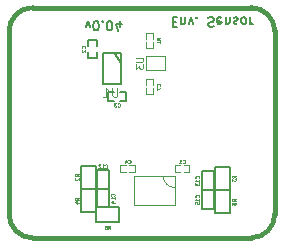
<source format=gbo>
%FSLAX34Y34*%
G04 Gerber Fmt 3.4, Leading zero omitted, Abs format*
G04 (created by PCBNEW (2014-03-19 BZR 4756)-product) date Tue 19 Aug 2014 23:13:18 BST*
%MOIN*%
G01*
G70*
G90*
G04 APERTURE LIST*
%ADD10C,0.005906*%
%ADD11C,0.015000*%
%ADD12C,0.007874*%
%ADD13C,0.006700*%
%ADD14C,0.003900*%
%ADD15C,0.005000*%
%ADD16C,0.003000*%
G04 APERTURE END LIST*
G54D10*
G54D11*
X97047Y-19093D02*
X98425Y-19093D01*
X97047Y-26770D02*
X98425Y-26770D01*
X97047Y-19093D02*
X91142Y-19093D01*
X99212Y-19881D02*
G75*
G03X98425Y-19093I-787J0D01*
G74*
G01*
X99212Y-25983D02*
X99212Y-19881D01*
X90354Y-20078D02*
X90354Y-19881D01*
X91142Y-19093D02*
G75*
G03X90354Y-19881I0J-787D01*
G74*
G01*
X90354Y-25983D02*
X90354Y-20078D01*
X97047Y-26770D02*
X96653Y-26770D01*
X98425Y-26770D02*
G75*
G03X99212Y-25983I0J787D01*
G74*
G01*
X91142Y-26770D02*
X96653Y-26770D01*
X90354Y-25983D02*
G75*
G03X91142Y-26770I787J0D01*
G74*
G01*
G54D12*
X92904Y-19751D02*
X92979Y-19541D01*
X93054Y-19751D01*
X93234Y-19856D02*
X93264Y-19856D01*
X93294Y-19841D01*
X93309Y-19826D01*
X93324Y-19796D01*
X93339Y-19736D01*
X93339Y-19661D01*
X93324Y-19601D01*
X93309Y-19571D01*
X93294Y-19556D01*
X93264Y-19541D01*
X93234Y-19541D01*
X93204Y-19556D01*
X93189Y-19571D01*
X93174Y-19601D01*
X93159Y-19661D01*
X93159Y-19736D01*
X93174Y-19796D01*
X93189Y-19826D01*
X93204Y-19841D01*
X93234Y-19856D01*
X93474Y-19571D02*
X93489Y-19556D01*
X93474Y-19541D01*
X93459Y-19556D01*
X93474Y-19571D01*
X93474Y-19541D01*
X93684Y-19856D02*
X93714Y-19856D01*
X93744Y-19841D01*
X93759Y-19826D01*
X93774Y-19796D01*
X93789Y-19736D01*
X93789Y-19661D01*
X93774Y-19601D01*
X93759Y-19571D01*
X93744Y-19556D01*
X93714Y-19541D01*
X93684Y-19541D01*
X93654Y-19556D01*
X93639Y-19571D01*
X93624Y-19601D01*
X93609Y-19661D01*
X93609Y-19736D01*
X93624Y-19796D01*
X93639Y-19826D01*
X93654Y-19841D01*
X93684Y-19856D01*
X94059Y-19751D02*
X94059Y-19541D01*
X93984Y-19871D02*
X93909Y-19646D01*
X94104Y-19646D01*
G54D13*
X95806Y-19588D02*
X95911Y-19588D01*
X95956Y-19423D02*
X95806Y-19423D01*
X95806Y-19738D01*
X95956Y-19738D01*
X96091Y-19633D02*
X96091Y-19423D01*
X96091Y-19603D02*
X96106Y-19618D01*
X96136Y-19633D01*
X96181Y-19633D01*
X96211Y-19618D01*
X96226Y-19588D01*
X96226Y-19423D01*
X96346Y-19633D02*
X96421Y-19423D01*
X96496Y-19633D01*
X96616Y-19453D02*
X96631Y-19438D01*
X96616Y-19423D01*
X96601Y-19438D01*
X96616Y-19453D01*
X96616Y-19423D01*
X96991Y-19438D02*
X97036Y-19423D01*
X97111Y-19423D01*
X97141Y-19438D01*
X97156Y-19453D01*
X97171Y-19483D01*
X97171Y-19513D01*
X97156Y-19543D01*
X97141Y-19558D01*
X97111Y-19573D01*
X97051Y-19588D01*
X97021Y-19603D01*
X97006Y-19618D01*
X96991Y-19648D01*
X96991Y-19678D01*
X97006Y-19708D01*
X97021Y-19723D01*
X97051Y-19738D01*
X97126Y-19738D01*
X97171Y-19723D01*
X97426Y-19438D02*
X97396Y-19423D01*
X97336Y-19423D01*
X97306Y-19438D01*
X97291Y-19468D01*
X97291Y-19588D01*
X97306Y-19618D01*
X97336Y-19633D01*
X97396Y-19633D01*
X97426Y-19618D01*
X97441Y-19588D01*
X97441Y-19558D01*
X97291Y-19528D01*
X97576Y-19633D02*
X97576Y-19423D01*
X97576Y-19603D02*
X97591Y-19618D01*
X97621Y-19633D01*
X97666Y-19633D01*
X97696Y-19618D01*
X97711Y-19588D01*
X97711Y-19423D01*
X97846Y-19438D02*
X97876Y-19423D01*
X97936Y-19423D01*
X97966Y-19438D01*
X97981Y-19468D01*
X97981Y-19483D01*
X97966Y-19513D01*
X97936Y-19528D01*
X97891Y-19528D01*
X97861Y-19543D01*
X97846Y-19573D01*
X97846Y-19588D01*
X97861Y-19618D01*
X97891Y-19633D01*
X97936Y-19633D01*
X97966Y-19618D01*
X98161Y-19423D02*
X98131Y-19438D01*
X98116Y-19453D01*
X98101Y-19483D01*
X98101Y-19573D01*
X98116Y-19603D01*
X98131Y-19618D01*
X98161Y-19633D01*
X98206Y-19633D01*
X98236Y-19618D01*
X98251Y-19603D01*
X98266Y-19573D01*
X98266Y-19483D01*
X98251Y-19453D01*
X98236Y-19438D01*
X98206Y-19423D01*
X98161Y-19423D01*
X98401Y-19423D02*
X98401Y-19633D01*
X98401Y-19573D02*
X98416Y-19603D01*
X98431Y-19618D01*
X98461Y-19633D01*
X98491Y-19633D01*
G54D14*
X95886Y-25097D02*
G75*
G02X95492Y-24704I0J393D01*
G74*
G01*
X95886Y-25688D02*
X94508Y-25688D01*
X94508Y-25688D02*
X94508Y-24704D01*
X94508Y-24704D02*
X95886Y-24704D01*
X95886Y-24704D02*
X95886Y-25688D01*
G54D15*
X94079Y-20940D02*
X93879Y-20640D01*
X94079Y-21640D02*
X94079Y-20615D01*
X94079Y-20615D02*
X93479Y-20615D01*
X93479Y-20615D02*
X93479Y-21640D01*
X93479Y-21640D02*
X94079Y-21640D01*
X94056Y-21896D02*
X94256Y-21896D01*
X94256Y-21896D02*
X94256Y-22196D01*
X94256Y-22196D02*
X94056Y-22196D01*
X93856Y-21896D02*
X93656Y-21896D01*
X93656Y-21896D02*
X93656Y-22196D01*
X93656Y-22196D02*
X93856Y-22196D01*
X93298Y-20571D02*
X93298Y-20771D01*
X93298Y-20771D02*
X92998Y-20771D01*
X92998Y-20771D02*
X92998Y-20571D01*
X93298Y-20371D02*
X93298Y-20171D01*
X93298Y-20171D02*
X92998Y-20171D01*
X92998Y-20171D02*
X92998Y-20371D01*
G54D14*
X95550Y-21179D02*
X95550Y-20707D01*
X95550Y-20707D02*
X94920Y-20707D01*
X94920Y-20707D02*
X94920Y-21179D01*
X94920Y-21179D02*
X95550Y-21179D01*
X95876Y-24585D02*
X95876Y-24349D01*
X95876Y-24349D02*
X96063Y-24349D01*
X96063Y-24585D02*
X95876Y-24585D01*
X96191Y-24585D02*
X96368Y-24585D01*
X96368Y-24585D02*
X96368Y-24349D01*
X96181Y-24349D02*
X96368Y-24349D01*
X94557Y-24349D02*
X94557Y-24585D01*
X94557Y-24585D02*
X94370Y-24585D01*
X94370Y-24349D02*
X94557Y-24349D01*
X94242Y-24349D02*
X94065Y-24349D01*
X94065Y-24349D02*
X94065Y-24585D01*
X94252Y-24585D02*
X94065Y-24585D01*
X95157Y-21977D02*
X94921Y-21977D01*
X94921Y-21977D02*
X94921Y-21790D01*
X95157Y-21790D02*
X95157Y-21977D01*
X95157Y-21662D02*
X95157Y-21485D01*
X95157Y-21485D02*
X94921Y-21485D01*
X94921Y-21672D02*
X94921Y-21485D01*
X95157Y-20441D02*
X94921Y-20441D01*
X94921Y-20441D02*
X94921Y-20254D01*
X95157Y-20254D02*
X95157Y-20441D01*
X95157Y-20126D02*
X95157Y-19949D01*
X95157Y-19949D02*
X94921Y-19949D01*
X94921Y-20136D02*
X94921Y-19949D01*
G54D10*
X93277Y-24517D02*
X93691Y-24517D01*
X93691Y-24517D02*
X93691Y-25127D01*
X93691Y-25127D02*
X93277Y-25127D01*
X93277Y-24517D02*
X93277Y-25127D01*
X96781Y-24556D02*
X97195Y-24556D01*
X97195Y-24556D02*
X97195Y-25166D01*
X97195Y-25166D02*
X96781Y-25166D01*
X96781Y-24556D02*
X96781Y-25166D01*
X93691Y-25757D02*
X93277Y-25757D01*
X93277Y-25757D02*
X93277Y-25146D01*
X93277Y-25146D02*
X93691Y-25146D01*
X93691Y-25757D02*
X93691Y-25146D01*
X97195Y-25796D02*
X96781Y-25796D01*
X96781Y-25796D02*
X96781Y-25186D01*
X96781Y-25186D02*
X97195Y-25186D01*
X97195Y-25796D02*
X97195Y-25186D01*
X93258Y-24359D02*
X93258Y-25127D01*
X93258Y-25127D02*
X92766Y-25127D01*
X92766Y-25127D02*
X92766Y-24359D01*
X92766Y-24359D02*
X93258Y-24359D01*
X97707Y-24398D02*
X97707Y-25166D01*
X97707Y-25166D02*
X97214Y-25166D01*
X97214Y-25166D02*
X97214Y-24398D01*
X97214Y-24398D02*
X97707Y-24398D01*
X92766Y-25914D02*
X92766Y-25146D01*
X92766Y-25146D02*
X93258Y-25146D01*
X93258Y-25146D02*
X93258Y-25914D01*
X93258Y-25914D02*
X92766Y-25914D01*
X97214Y-25954D02*
X97214Y-25186D01*
X97214Y-25186D02*
X97707Y-25186D01*
X97707Y-25186D02*
X97707Y-25954D01*
X97707Y-25954D02*
X97214Y-25954D01*
X94025Y-26249D02*
X93258Y-26249D01*
X93258Y-26249D02*
X93258Y-25757D01*
X93258Y-25757D02*
X94025Y-25757D01*
X94025Y-25757D02*
X94025Y-26249D01*
G54D16*
X93969Y-21763D02*
X93969Y-22006D01*
X93955Y-22035D01*
X93940Y-22049D01*
X93912Y-22063D01*
X93855Y-22063D01*
X93826Y-22049D01*
X93812Y-22035D01*
X93798Y-22006D01*
X93798Y-21763D01*
X93498Y-22063D02*
X93669Y-22063D01*
X93583Y-22063D02*
X93583Y-21763D01*
X93612Y-21806D01*
X93640Y-21835D01*
X93669Y-21849D01*
X93976Y-22389D02*
X93982Y-22395D01*
X93999Y-22401D01*
X94010Y-22401D01*
X94028Y-22395D01*
X94039Y-22383D01*
X94045Y-22372D01*
X94050Y-22349D01*
X94050Y-22332D01*
X94045Y-22309D01*
X94039Y-22298D01*
X94028Y-22286D01*
X94010Y-22281D01*
X93999Y-22281D01*
X93982Y-22286D01*
X93976Y-22292D01*
X93936Y-22281D02*
X93862Y-22281D01*
X93902Y-22326D01*
X93885Y-22326D01*
X93873Y-22332D01*
X93868Y-22338D01*
X93862Y-22349D01*
X93862Y-22378D01*
X93868Y-22389D01*
X93873Y-22395D01*
X93885Y-22401D01*
X93919Y-22401D01*
X93930Y-22395D01*
X93936Y-22389D01*
X92891Y-20451D02*
X92897Y-20446D01*
X92903Y-20428D01*
X92903Y-20417D01*
X92897Y-20400D01*
X92885Y-20388D01*
X92874Y-20383D01*
X92851Y-20377D01*
X92834Y-20377D01*
X92811Y-20383D01*
X92800Y-20388D01*
X92788Y-20400D01*
X92783Y-20417D01*
X92783Y-20428D01*
X92788Y-20446D01*
X92794Y-20451D01*
X92794Y-20497D02*
X92788Y-20503D01*
X92783Y-20514D01*
X92783Y-20543D01*
X92788Y-20554D01*
X92794Y-20560D01*
X92805Y-20566D01*
X92817Y-20566D01*
X92834Y-20560D01*
X92903Y-20491D01*
X92903Y-20566D01*
G54D14*
X94594Y-20764D02*
X94785Y-20764D01*
X94808Y-20775D01*
X94819Y-20786D01*
X94830Y-20809D01*
X94830Y-20853D01*
X94819Y-20876D01*
X94808Y-20887D01*
X94785Y-20898D01*
X94594Y-20898D01*
X94594Y-20988D02*
X94594Y-21134D01*
X94684Y-21056D01*
X94684Y-21089D01*
X94695Y-21112D01*
X94706Y-21123D01*
X94729Y-21134D01*
X94785Y-21134D01*
X94808Y-21123D01*
X94819Y-21112D01*
X94830Y-21089D01*
X94830Y-21022D01*
X94819Y-21000D01*
X94808Y-20988D01*
G54D16*
X96142Y-24274D02*
X96148Y-24280D01*
X96165Y-24285D01*
X96176Y-24285D01*
X96193Y-24280D01*
X96205Y-24268D01*
X96211Y-24257D01*
X96216Y-24234D01*
X96216Y-24217D01*
X96211Y-24194D01*
X96205Y-24183D01*
X96193Y-24171D01*
X96176Y-24165D01*
X96165Y-24165D01*
X96148Y-24171D01*
X96142Y-24177D01*
X96028Y-24285D02*
X96096Y-24285D01*
X96062Y-24285D02*
X96062Y-24165D01*
X96073Y-24183D01*
X96085Y-24194D01*
X96096Y-24200D01*
X94331Y-24274D02*
X94337Y-24280D01*
X94354Y-24285D01*
X94365Y-24285D01*
X94382Y-24280D01*
X94394Y-24268D01*
X94399Y-24257D01*
X94405Y-24234D01*
X94405Y-24217D01*
X94399Y-24194D01*
X94394Y-24183D01*
X94382Y-24171D01*
X94365Y-24165D01*
X94354Y-24165D01*
X94337Y-24171D01*
X94331Y-24177D01*
X94228Y-24205D02*
X94228Y-24285D01*
X94257Y-24160D02*
X94285Y-24245D01*
X94211Y-24245D01*
X95382Y-21711D02*
X95388Y-21706D01*
X95394Y-21688D01*
X95394Y-21677D01*
X95388Y-21660D01*
X95376Y-21648D01*
X95365Y-21643D01*
X95342Y-21637D01*
X95325Y-21637D01*
X95302Y-21643D01*
X95291Y-21648D01*
X95279Y-21660D01*
X95274Y-21677D01*
X95274Y-21688D01*
X95279Y-21706D01*
X95285Y-21711D01*
X95274Y-21751D02*
X95274Y-21831D01*
X95394Y-21780D01*
X95394Y-20175D02*
X95336Y-20135D01*
X95394Y-20107D02*
X95274Y-20107D01*
X95274Y-20153D01*
X95279Y-20164D01*
X95285Y-20170D01*
X95296Y-20175D01*
X95314Y-20175D01*
X95325Y-20170D01*
X95331Y-20164D01*
X95336Y-20153D01*
X95336Y-20107D01*
X95394Y-20290D02*
X95394Y-20221D01*
X95394Y-20255D02*
X95274Y-20255D01*
X95291Y-20244D01*
X95302Y-20233D01*
X95308Y-20221D01*
X93561Y-24431D02*
X93567Y-24437D01*
X93584Y-24443D01*
X93596Y-24443D01*
X93613Y-24437D01*
X93624Y-24426D01*
X93630Y-24414D01*
X93636Y-24391D01*
X93636Y-24374D01*
X93630Y-24351D01*
X93624Y-24340D01*
X93613Y-24329D01*
X93596Y-24323D01*
X93584Y-24323D01*
X93567Y-24329D01*
X93561Y-24334D01*
X93447Y-24443D02*
X93516Y-24443D01*
X93481Y-24443D02*
X93481Y-24323D01*
X93493Y-24340D01*
X93504Y-24351D01*
X93516Y-24357D01*
X93401Y-24334D02*
X93396Y-24329D01*
X93384Y-24323D01*
X93356Y-24323D01*
X93344Y-24329D01*
X93338Y-24334D01*
X93333Y-24346D01*
X93333Y-24357D01*
X93338Y-24374D01*
X93407Y-24443D01*
X93333Y-24443D01*
X96677Y-24784D02*
X96682Y-24778D01*
X96688Y-24761D01*
X96688Y-24750D01*
X96682Y-24732D01*
X96671Y-24721D01*
X96659Y-24715D01*
X96637Y-24710D01*
X96619Y-24710D01*
X96597Y-24715D01*
X96585Y-24721D01*
X96574Y-24732D01*
X96568Y-24750D01*
X96568Y-24761D01*
X96574Y-24778D01*
X96579Y-24784D01*
X96688Y-24898D02*
X96688Y-24830D01*
X96688Y-24864D02*
X96568Y-24864D01*
X96585Y-24852D01*
X96597Y-24841D01*
X96602Y-24830D01*
X96568Y-24938D02*
X96568Y-25012D01*
X96614Y-24972D01*
X96614Y-24990D01*
X96619Y-25001D01*
X96625Y-25007D01*
X96637Y-25012D01*
X96665Y-25012D01*
X96677Y-25007D01*
X96682Y-25001D01*
X96688Y-24990D01*
X96688Y-24955D01*
X96682Y-24944D01*
X96677Y-24938D01*
X93862Y-25374D02*
X93867Y-25369D01*
X93873Y-25352D01*
X93873Y-25340D01*
X93867Y-25323D01*
X93856Y-25312D01*
X93845Y-25306D01*
X93822Y-25300D01*
X93805Y-25300D01*
X93782Y-25306D01*
X93770Y-25312D01*
X93759Y-25323D01*
X93753Y-25340D01*
X93753Y-25352D01*
X93759Y-25369D01*
X93765Y-25374D01*
X93873Y-25489D02*
X93873Y-25420D01*
X93873Y-25454D02*
X93753Y-25454D01*
X93770Y-25443D01*
X93782Y-25432D01*
X93787Y-25420D01*
X93793Y-25592D02*
X93873Y-25592D01*
X93747Y-25563D02*
X93833Y-25534D01*
X93833Y-25609D01*
X96677Y-25414D02*
X96682Y-25408D01*
X96688Y-25391D01*
X96688Y-25379D01*
X96682Y-25362D01*
X96671Y-25351D01*
X96659Y-25345D01*
X96637Y-25339D01*
X96619Y-25339D01*
X96597Y-25345D01*
X96585Y-25351D01*
X96574Y-25362D01*
X96568Y-25379D01*
X96568Y-25391D01*
X96574Y-25408D01*
X96579Y-25414D01*
X96688Y-25528D02*
X96688Y-25459D01*
X96688Y-25494D02*
X96568Y-25494D01*
X96585Y-25482D01*
X96597Y-25471D01*
X96602Y-25459D01*
X96568Y-25637D02*
X96568Y-25579D01*
X96625Y-25574D01*
X96619Y-25579D01*
X96614Y-25591D01*
X96614Y-25619D01*
X96619Y-25631D01*
X96625Y-25637D01*
X96637Y-25642D01*
X96665Y-25642D01*
X96677Y-25637D01*
X96682Y-25631D01*
X96688Y-25619D01*
X96688Y-25591D01*
X96682Y-25579D01*
X96677Y-25574D01*
X92672Y-24723D02*
X92615Y-24683D01*
X92672Y-24654D02*
X92552Y-24654D01*
X92552Y-24700D01*
X92558Y-24711D01*
X92564Y-24717D01*
X92575Y-24723D01*
X92592Y-24723D01*
X92604Y-24717D01*
X92609Y-24711D01*
X92615Y-24700D01*
X92615Y-24654D01*
X92564Y-24769D02*
X92558Y-24774D01*
X92552Y-24786D01*
X92552Y-24814D01*
X92558Y-24826D01*
X92564Y-24831D01*
X92575Y-24837D01*
X92587Y-24837D01*
X92604Y-24831D01*
X92672Y-24763D01*
X92672Y-24837D01*
X97909Y-24762D02*
X97851Y-24722D01*
X97909Y-24694D02*
X97789Y-24694D01*
X97789Y-24739D01*
X97794Y-24751D01*
X97800Y-24757D01*
X97811Y-24762D01*
X97829Y-24762D01*
X97840Y-24757D01*
X97846Y-24751D01*
X97851Y-24739D01*
X97851Y-24694D01*
X97789Y-24802D02*
X97789Y-24877D01*
X97834Y-24837D01*
X97834Y-24854D01*
X97840Y-24865D01*
X97846Y-24871D01*
X97857Y-24877D01*
X97886Y-24877D01*
X97897Y-24871D01*
X97903Y-24865D01*
X97909Y-24854D01*
X97909Y-24819D01*
X97903Y-24808D01*
X97897Y-24802D01*
X92672Y-25510D02*
X92615Y-25470D01*
X92672Y-25442D02*
X92552Y-25442D01*
X92552Y-25487D01*
X92558Y-25499D01*
X92564Y-25505D01*
X92575Y-25510D01*
X92592Y-25510D01*
X92604Y-25505D01*
X92609Y-25499D01*
X92615Y-25487D01*
X92615Y-25442D01*
X92592Y-25613D02*
X92672Y-25613D01*
X92547Y-25585D02*
X92632Y-25556D01*
X92632Y-25630D01*
X97909Y-25550D02*
X97851Y-25510D01*
X97909Y-25481D02*
X97789Y-25481D01*
X97789Y-25527D01*
X97794Y-25538D01*
X97800Y-25544D01*
X97811Y-25550D01*
X97829Y-25550D01*
X97840Y-25544D01*
X97846Y-25538D01*
X97851Y-25527D01*
X97851Y-25481D01*
X97789Y-25658D02*
X97789Y-25601D01*
X97846Y-25595D01*
X97840Y-25601D01*
X97834Y-25613D01*
X97834Y-25641D01*
X97840Y-25653D01*
X97846Y-25658D01*
X97857Y-25664D01*
X97886Y-25664D01*
X97897Y-25658D01*
X97903Y-25653D01*
X97909Y-25641D01*
X97909Y-25613D01*
X97903Y-25601D01*
X97897Y-25595D01*
X93662Y-26480D02*
X93702Y-26423D01*
X93730Y-26480D02*
X93730Y-26360D01*
X93684Y-26360D01*
X93673Y-26366D01*
X93667Y-26372D01*
X93662Y-26383D01*
X93662Y-26400D01*
X93667Y-26412D01*
X93673Y-26417D01*
X93684Y-26423D01*
X93730Y-26423D01*
X93559Y-26360D02*
X93582Y-26360D01*
X93593Y-26366D01*
X93599Y-26372D01*
X93610Y-26389D01*
X93616Y-26412D01*
X93616Y-26457D01*
X93610Y-26469D01*
X93604Y-26475D01*
X93593Y-26480D01*
X93570Y-26480D01*
X93559Y-26475D01*
X93553Y-26469D01*
X93547Y-26457D01*
X93547Y-26429D01*
X93553Y-26417D01*
X93559Y-26412D01*
X93570Y-26406D01*
X93593Y-26406D01*
X93604Y-26412D01*
X93610Y-26417D01*
X93616Y-26429D01*
M02*

</source>
